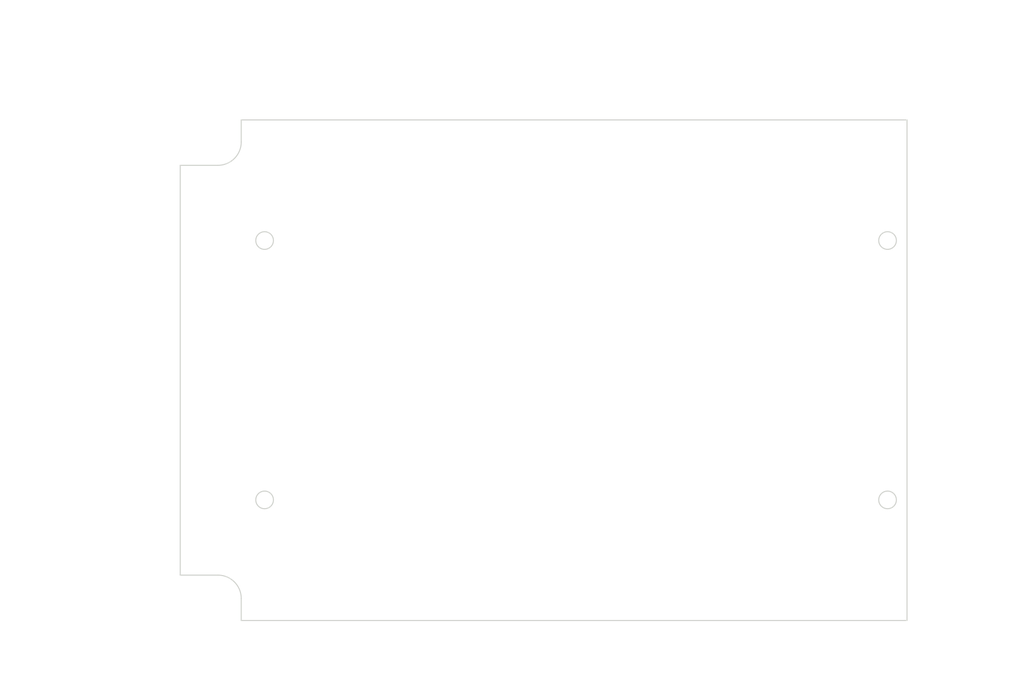
<source format=kicad_pcb>
(kicad_pcb (version 20171130) (host pcbnew "(5.1.0)-1")

  (general
    (thickness 1.6)
    (drawings 72)
    (tracks 0)
    (zones 0)
    (modules 0)
    (nets 1)
  )

  (page A4)
  (layers
    (0 F.Cu signal)
    (31 B.Cu signal)
    (32 B.Adhes user)
    (33 F.Adhes user)
    (34 B.Paste user)
    (35 F.Paste user)
    (36 B.SilkS user)
    (37 F.SilkS user)
    (38 B.Mask user)
    (39 F.Mask user)
    (40 Dwgs.User user)
    (41 Cmts.User user)
    (42 Eco1.User user)
    (43 Eco2.User user)
    (44 Edge.Cuts user)
    (45 Margin user)
    (46 B.CrtYd user)
    (47 F.CrtYd user)
    (48 B.Fab user)
    (49 F.Fab user)
  )

  (setup
    (last_trace_width 0.25)
    (trace_clearance 0.2)
    (zone_clearance 0.508)
    (zone_45_only no)
    (trace_min 0.2)
    (via_size 0.8)
    (via_drill 0.4)
    (via_min_size 0.4)
    (via_min_drill 0.3)
    (uvia_size 0.3)
    (uvia_drill 0.1)
    (uvias_allowed no)
    (uvia_min_size 0.2)
    (uvia_min_drill 0.1)
    (edge_width 0.05)
    (segment_width 0.2)
    (pcb_text_width 0.3)
    (pcb_text_size 1.5 1.5)
    (mod_edge_width 0.12)
    (mod_text_size 1 1)
    (mod_text_width 0.15)
    (pad_size 1.524 1.524)
    (pad_drill 0.762)
    (pad_to_mask_clearance 0.051)
    (solder_mask_min_width 0.25)
    (aux_axis_origin 0 0)
    (visible_elements FFFFFF7F)
    (pcbplotparams
      (layerselection 0x010fc_ffffffff)
      (usegerberextensions false)
      (usegerberattributes false)
      (usegerberadvancedattributes false)
      (creategerberjobfile false)
      (excludeedgelayer true)
      (linewidth 0.152400)
      (plotframeref false)
      (viasonmask false)
      (mode 1)
      (useauxorigin false)
      (hpglpennumber 1)
      (hpglpenspeed 20)
      (hpglpendiameter 15.000000)
      (psnegative false)
      (psa4output false)
      (plotreference true)
      (plotvalue true)
      (plotinvisibletext false)
      (padsonsilk false)
      (subtractmaskfromsilk false)
      (outputformat 1)
      (mirror false)
      (drillshape 1)
      (scaleselection 1)
      (outputdirectory ""))
  )

  (net 0 "")

  (net_class Default "This is the default net class."
    (clearance 0.2)
    (trace_width 0.25)
    (via_dia 0.8)
    (via_drill 0.4)
    (uvia_dia 0.3)
    (uvia_drill 0.1)
  )

  (gr_circle (center 97.666857 118.759201) (end 99.366857 118.759201) (layer Edge.Cuts) (width 0.2))
  (gr_circle (center 217.666857 68.759201) (end 219.366857 68.759201) (layer Edge.Cuts) (width 0.2))
  (gr_circle (center 97.666857 68.759201) (end 99.366857 68.759201) (layer Edge.Cuts) (width 0.2))
  (gr_circle (center 217.666857 118.759201) (end 219.366857 118.759201) (layer Edge.Cuts) (width 0.2))
  (gr_line (start 81.416857 133.259201) (end 81.416857 54.259201) (layer Edge.Cuts) (width 0.2))
  (gr_line (start 88.666857 133.259201) (end 81.416857 133.259201) (layer Edge.Cuts) (width 0.2))
  (gr_arc (start 88.666857 137.759201) (end 93.166857 137.759201) (angle -90) (layer Edge.Cuts) (width 0.2))
  (gr_line (start 93.166857 142.009201) (end 93.166857 137.759201) (layer Edge.Cuts) (width 0.2))
  (gr_line (start 221.416857 142.009201) (end 93.166857 142.009201) (layer Edge.Cuts) (width 0.2))
  (gr_line (start 93.166857 49.759201) (end 93.166857 45.509201) (layer Edge.Cuts) (width 0.2))
  (gr_arc (start 88.666857 49.759201) (end 88.666857 54.259201) (angle -90) (layer Edge.Cuts) (width 0.2))
  (gr_line (start 81.416857 54.259201) (end 88.666857 54.259201) (layer Edge.Cuts) (width 0.2))
  (gr_line (start 93.166857 45.509201) (end 221.416857 45.509201) (layer Edge.Cuts) (width 0.2))
  (gr_line (start 221.416857 142.009201) (end 221.416857 45.509201) (layer Edge.Cuts) (width 0.2))
  (gr_text [3.11] (at 67.052098 95.648662) (layer Dwgs.User)
    (effects (font (size 1.7 1.53) (thickness 0.2125)))
  )
  (gr_text " 79.00" (at 67.052098 92.091227) (layer Dwgs.User)
    (effects (font (size 1.7 1.53) (thickness 0.2125)))
  )
  (gr_line (start 67.052098 56.259201) (end 67.052098 90.201766) (layer Dwgs.User) (width 0.2))
  (gr_line (start 67.052098 131.259201) (end 67.052098 97.316636) (layer Dwgs.User) (width 0.2))
  (gr_line (start 80.416857 54.259201) (end 63.877098 54.259201) (layer Dwgs.User) (width 0.2))
  (gr_line (start 80.416857 133.259201) (end 63.877098 133.259201) (layer Dwgs.User) (width 0.2))
  (gr_line (start 217.666857 118.849201) (end 217.666857 118.669201) (layer Dwgs.User) (width 0.2))
  (gr_line (start 217.576857 118.759201) (end 217.756857 118.759201) (layer Dwgs.User) (width 0.2))
  (gr_text " ∅3.40\n[∅0.13]" (at 239.16887 125.88746) (layer Dwgs.User)
    (effects (font (size 1.7 1.53) (thickness 0.2125)))
  )
  (gr_line (start 232.632001 125.88746) (end 221.007268 120.350319) (layer Dwgs.User) (width 0.2))
  (gr_line (start 234.632001 125.88746) (end 232.632001 125.88746) (layer Dwgs.User) (width 0.2))
  (gr_text [R0.18] (at 107.234016 131.771613) (layer Dwgs.User)
    (effects (font (size 1.7 1.53) (thickness 0.2125)))
  )
  (gr_text " R4.50" (at 107.234016 128.214178) (layer Dwgs.User)
    (effects (font (size 1.7 1.53) (thickness 0.2125)))
  )
  (gr_line (start 100.763245 129.882152) (end 94.113777 134.212221) (layer Dwgs.User) (width 0.2))
  (gr_line (start 102.763245 129.882152) (end 100.763245 129.882152) (layer Dwgs.User) (width 0.2))
  (gr_text [5.05] (at 126.916857 151.549216) (layer Dwgs.User)
    (effects (font (size 1.7 1.53) (thickness 0.2125)))
  )
  (gr_text " 128.25" (at 126.916857 147.991781) (layer Dwgs.User)
    (effects (font (size 1.7 1.53) (thickness 0.2125)))
  )
  (gr_line (start 95.166857 149.659755) (end 122.202567 149.659755) (layer Dwgs.User) (width 0.2))
  (gr_line (start 219.416857 149.659755) (end 131.631148 149.659755) (layer Dwgs.User) (width 0.2))
  (gr_line (start 93.166857 143.009201) (end 93.166857 152.834755) (layer Dwgs.User) (width 0.2))
  (gr_line (start 221.416857 143.009201) (end 221.416857 152.834755) (layer Dwgs.User) (width 0.2))
  (gr_text [5.51] (at 151.416857 27.555079) (layer Dwgs.User)
    (effects (font (size 1.7 1.53) (thickness 0.2125)))
  )
  (gr_text " 140.00" (at 151.416857 23.997644) (layer Dwgs.User)
    (effects (font (size 1.7 1.53) (thickness 0.2125)))
  )
  (gr_line (start 83.416857 25.665618) (end 146.711844 25.665618) (layer Dwgs.User) (width 0.2))
  (gr_line (start 219.416857 25.665618) (end 156.121871 25.665618) (layer Dwgs.User) (width 0.2))
  (gr_line (start 81.416857 53.259201) (end 81.416857 22.490618) (layer Dwgs.User) (width 0.2))
  (gr_line (start 221.416857 44.509201) (end 221.416857 22.490618) (layer Dwgs.User) (width 0.2))
  (gr_text [4.72] (at 157.666857 41.352076) (layer Dwgs.User)
    (effects (font (size 1.7 1.53) (thickness 0.2125)))
  )
  (gr_text " 120.00" (at 157.666857 37.794641) (layer Dwgs.User)
    (effects (font (size 1.7 1.53) (thickness 0.2125)))
  )
  (gr_line (start 215.666857 39.462615) (end 162.371871 39.462615) (layer Dwgs.User) (width 0.2))
  (gr_line (start 99.666857 39.462615) (end 152.961844 39.462615) (layer Dwgs.User) (width 0.2))
  (gr_line (start 217.666857 67.759201) (end 217.666857 36.287615) (layer Dwgs.User) (width 0.2))
  (gr_line (start 97.666857 67.759201) (end 97.666857 36.287615) (layer Dwgs.User) (width 0.2))
  (gr_text [.64] (at 89.541857 41.352076) (layer Dwgs.User)
    (effects (font (size 1.7 1.53) (thickness 0.2125)))
  )
  (gr_text " 16.25" (at 89.541857 37.794641) (layer Dwgs.User)
    (effects (font (size 1.7 1.53) (thickness 0.2125)))
  )
  (gr_line (start 95.666857 39.462615) (end 93.595746 39.462615) (layer Dwgs.User) (width 0.2))
  (gr_line (start 83.416857 39.462615) (end 85.487969 39.462615) (layer Dwgs.User) (width 0.2))
  (gr_line (start 97.666857 67.759201) (end 97.666857 36.287615) (layer Dwgs.User) (width 0.2))
  (gr_line (start 81.416857 53.259201) (end 81.416857 36.287615) (layer Dwgs.User) (width 0.2))
  (gr_text [.92] (at 60.42673 40.260008) (layer Dwgs.User)
    (effects (font (size 1.7 1.53) (thickness 0.2125)))
  )
  (gr_text " 23.25" (at 60.42673 36.701993) (layer Dwgs.User)
    (effects (font (size 1.7 1.53) (thickness 0.2125)))
  )
  (gr_line (start 54.372841 38.370547) (end 56.372841 38.370547) (layer Dwgs.User) (width 0.2))
  (gr_line (start 54.372841 45.509201) (end 54.372841 38.370547) (layer Dwgs.User) (width 0.2))
  (gr_line (start 54.372841 66.759201) (end 54.372841 47.509201) (layer Dwgs.User) (width 0.2))
  (gr_line (start 92.166857 45.509201) (end 51.197841 45.509201) (layer Dwgs.User) (width 0.2))
  (gr_line (start 96.666857 68.759201) (end 51.197841 68.759201) (layer Dwgs.User) (width 0.2))
  (gr_text [1.97] (at 75.066364 95.648662) (layer Dwgs.User)
    (effects (font (size 1.7 1.53) (thickness 0.2125)))
  )
  (gr_text " 50.00" (at 75.066364 92.091227) (layer Dwgs.User)
    (effects (font (size 1.7 1.53) (thickness 0.2125)))
  )
  (gr_line (start 75.066364 116.759201) (end 75.066364 97.316636) (layer Dwgs.User) (width 0.2))
  (gr_line (start 75.066364 70.759201) (end 75.066364 90.201766) (layer Dwgs.User) (width 0.2))
  (gr_line (start 96.666857 118.759201) (end 71.891364 118.759201) (layer Dwgs.User) (width 0.2))
  (gr_line (start 96.666857 68.759201) (end 71.891364 68.759201) (layer Dwgs.User) (width 0.2))
  (gr_text [3.80] (at 50.722704 93.750487) (layer Dwgs.User)
    (effects (font (size 1.7 1.53) (thickness 0.2125)))
  )
  (gr_text " 96.50" (at 50.722704 90.193052) (layer Dwgs.User)
    (effects (font (size 1.7 1.53) (thickness 0.2125)))
  )
  (gr_line (start 50.722704 140.009201) (end 50.722704 95.418461) (layer Dwgs.User) (width 0.2))
  (gr_line (start 50.722704 47.509201) (end 50.722704 88.30359) (layer Dwgs.User) (width 0.2))
  (gr_line (start 92.166857 142.009201) (end 47.547704 142.009201) (layer Dwgs.User) (width 0.2))
  (gr_line (start 92.166857 45.509201) (end 47.547704 45.509201) (layer Dwgs.User) (width 0.2))

)

</source>
